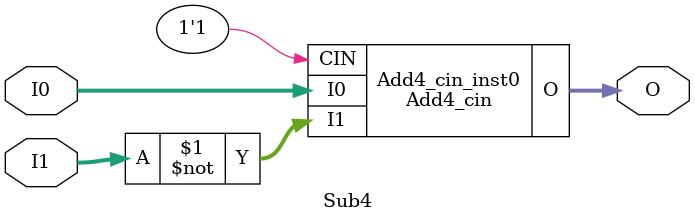
<source format=v>
module Add4_cin (input [3:0] I0, input [3:0] I1, output [3:0] O, input CIN);
assign O = (({1'b0,1'b0,1'b0,CIN}) + I0) + I1;
endmodule

module Sub4 (input [3:0] I0, input [3:0] I1, output [3:0] O);
Add4_cin Add4_cin_inst0(.I0(I0), .I1(~ I1), .O(O), .CIN(1'b1));
endmodule


</source>
